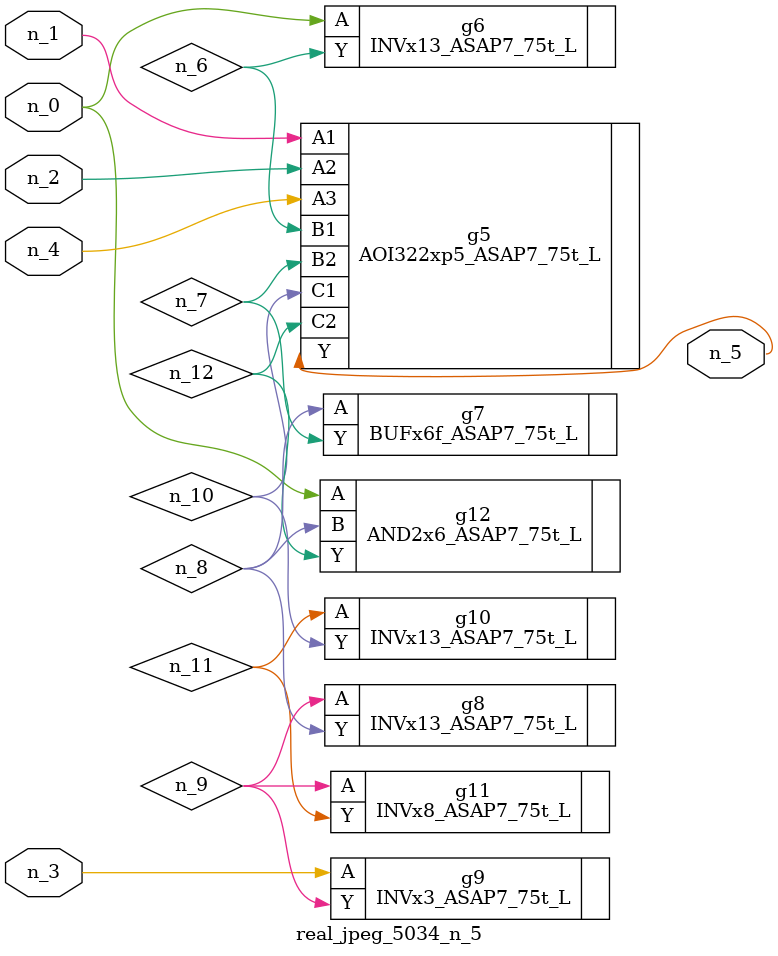
<source format=v>
module real_jpeg_5034_n_5 (n_4, n_0, n_1, n_2, n_3, n_5);

input n_4;
input n_0;
input n_1;
input n_2;
input n_3;

output n_5;

wire n_12;
wire n_8;
wire n_11;
wire n_6;
wire n_7;
wire n_10;
wire n_9;

INVx13_ASAP7_75t_L g6 ( 
.A(n_0),
.Y(n_6)
);

AND2x6_ASAP7_75t_L g12 ( 
.A(n_0),
.B(n_8),
.Y(n_12)
);

AOI322xp5_ASAP7_75t_L g5 ( 
.A1(n_1),
.A2(n_2),
.A3(n_4),
.B1(n_6),
.B2(n_7),
.C1(n_10),
.C2(n_12),
.Y(n_5)
);

INVx3_ASAP7_75t_L g9 ( 
.A(n_3),
.Y(n_9)
);

BUFx6f_ASAP7_75t_L g7 ( 
.A(n_8),
.Y(n_7)
);

INVx13_ASAP7_75t_L g8 ( 
.A(n_9),
.Y(n_8)
);

INVx8_ASAP7_75t_L g11 ( 
.A(n_9),
.Y(n_11)
);

INVx13_ASAP7_75t_L g10 ( 
.A(n_11),
.Y(n_10)
);


endmodule
</source>
